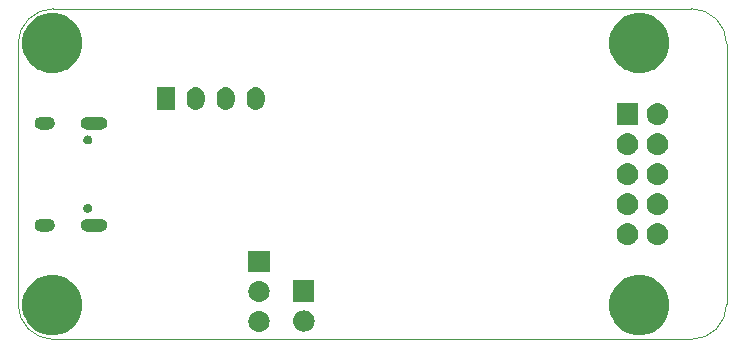
<source format=gbr>
G04 #@! TF.GenerationSoftware,KiCad,Pcbnew,5.1.4+dfsg1-1*
G04 #@! TF.CreationDate,2020-04-26T22:09:24+04:00*
G04 #@! TF.ProjectId,RailLink,5261696c-4c69-46e6-9b2e-6b696361645f,rev?*
G04 #@! TF.SameCoordinates,Original*
G04 #@! TF.FileFunction,Soldermask,Bot*
G04 #@! TF.FilePolarity,Negative*
%FSLAX46Y46*%
G04 Gerber Fmt 4.6, Leading zero omitted, Abs format (unit mm)*
G04 Created by KiCad (PCBNEW 5.1.4+dfsg1-1) date 2020-04-26 22:09:24*
%MOMM*%
%LPD*%
G04 APERTURE LIST*
%ADD10C,0.050000*%
%ADD11C,0.160000*%
G04 APERTURE END LIST*
D10*
X103000000Y-128000000D02*
G75*
G02X100000000Y-125000000I0J3000000D01*
G01*
X100000000Y-103000000D02*
G75*
G02X103000000Y-100000000I3000000J0D01*
G01*
X157000000Y-100000000D02*
G75*
G02X160000000Y-103000000I0J-3000000D01*
G01*
X160000000Y-125000000D02*
G75*
G02X157000000Y-128000000I-3000000J0D01*
G01*
X157000000Y-100000000D02*
X103000000Y-100000000D01*
X160000000Y-125000000D02*
X160000000Y-103000000D01*
X103000000Y-128000000D02*
X157000000Y-128000000D01*
X100000000Y-103000000D02*
X100000000Y-125000000D01*
D11*
G36*
X153343807Y-122647995D02*
G01*
X153343809Y-122647996D01*
X153343810Y-122647996D01*
X153479734Y-122704298D01*
X153807878Y-122840220D01*
X153807879Y-122840221D01*
X154203381Y-123104486D01*
X154225530Y-123119286D01*
X154580714Y-123474470D01*
X154859780Y-123892122D01*
X155052005Y-124356193D01*
X155150000Y-124848847D01*
X155150000Y-125351153D01*
X155052005Y-125843807D01*
X154859780Y-126307878D01*
X154771499Y-126440000D01*
X154626885Y-126656431D01*
X154580714Y-126725530D01*
X154225530Y-127080714D01*
X153807878Y-127359780D01*
X153650423Y-127425000D01*
X153343810Y-127552004D01*
X153343809Y-127552004D01*
X153343807Y-127552005D01*
X152851153Y-127650000D01*
X152348847Y-127650000D01*
X151856193Y-127552005D01*
X151856191Y-127552004D01*
X151856190Y-127552004D01*
X151549577Y-127425000D01*
X151392122Y-127359780D01*
X150974470Y-127080714D01*
X150619286Y-126725530D01*
X150573116Y-126656431D01*
X150428501Y-126440000D01*
X150340220Y-126307878D01*
X150147995Y-125843807D01*
X150050000Y-125351153D01*
X150050000Y-124848847D01*
X150147995Y-124356193D01*
X150340220Y-123892122D01*
X150619286Y-123474470D01*
X150974470Y-123119286D01*
X150996620Y-123104486D01*
X151392121Y-122840221D01*
X151392122Y-122840220D01*
X151720266Y-122704298D01*
X151856190Y-122647996D01*
X151856191Y-122647996D01*
X151856193Y-122647995D01*
X152348847Y-122550000D01*
X152851153Y-122550000D01*
X153343807Y-122647995D01*
X153343807Y-122647995D01*
G37*
G36*
X103643807Y-122647995D02*
G01*
X103643809Y-122647996D01*
X103643810Y-122647996D01*
X103779734Y-122704298D01*
X104107878Y-122840220D01*
X104107879Y-122840221D01*
X104503381Y-123104486D01*
X104525530Y-123119286D01*
X104880714Y-123474470D01*
X105159780Y-123892122D01*
X105352005Y-124356193D01*
X105450000Y-124848847D01*
X105450000Y-125351153D01*
X105352005Y-125843807D01*
X105159780Y-126307878D01*
X105071499Y-126440000D01*
X104926885Y-126656431D01*
X104880714Y-126725530D01*
X104525530Y-127080714D01*
X104107878Y-127359780D01*
X103950423Y-127425000D01*
X103643810Y-127552004D01*
X103643809Y-127552004D01*
X103643807Y-127552005D01*
X103151153Y-127650000D01*
X102648847Y-127650000D01*
X102156193Y-127552005D01*
X102156191Y-127552004D01*
X102156190Y-127552004D01*
X101849577Y-127425000D01*
X101692122Y-127359780D01*
X101274470Y-127080714D01*
X100919286Y-126725530D01*
X100873116Y-126656431D01*
X100728501Y-126440000D01*
X100640220Y-126307878D01*
X100447995Y-125843807D01*
X100350000Y-125351153D01*
X100350000Y-124848847D01*
X100447995Y-124356193D01*
X100640220Y-123892122D01*
X100919286Y-123474470D01*
X101274470Y-123119286D01*
X101296620Y-123104486D01*
X101692121Y-122840221D01*
X101692122Y-122840220D01*
X102020266Y-122704298D01*
X102156190Y-122647996D01*
X102156191Y-122647996D01*
X102156193Y-122647995D01*
X102648847Y-122550000D01*
X103151153Y-122550000D01*
X103643807Y-122647995D01*
X103643807Y-122647995D01*
G37*
G36*
X120576429Y-125593022D02*
G01*
X120746082Y-125644486D01*
X120902432Y-125728057D01*
X121039475Y-125840525D01*
X121151943Y-125977568D01*
X121235514Y-126133918D01*
X121286978Y-126303571D01*
X121304355Y-126480000D01*
X121286978Y-126656429D01*
X121235514Y-126826082D01*
X121151943Y-126982432D01*
X121039475Y-127119475D01*
X120902432Y-127231943D01*
X120746082Y-127315514D01*
X120576429Y-127366978D01*
X120444212Y-127380000D01*
X120355788Y-127380000D01*
X120223571Y-127366978D01*
X120053918Y-127315514D01*
X119897568Y-127231943D01*
X119760525Y-127119475D01*
X119648057Y-126982432D01*
X119564486Y-126826082D01*
X119513022Y-126656429D01*
X119495645Y-126480000D01*
X119513022Y-126303571D01*
X119564486Y-126133918D01*
X119648057Y-125977568D01*
X119760525Y-125840525D01*
X119897568Y-125728057D01*
X120053918Y-125644486D01*
X120223571Y-125593022D01*
X120355788Y-125580000D01*
X120444212Y-125580000D01*
X120576429Y-125593022D01*
X120576429Y-125593022D01*
G37*
G36*
X124376429Y-125553022D02*
G01*
X124546082Y-125604486D01*
X124702432Y-125688057D01*
X124839475Y-125800525D01*
X124951943Y-125937568D01*
X125035514Y-126093918D01*
X125086978Y-126263571D01*
X125104355Y-126440000D01*
X125086978Y-126616429D01*
X125035514Y-126786082D01*
X124951943Y-126942432D01*
X124839475Y-127079475D01*
X124702432Y-127191943D01*
X124546082Y-127275514D01*
X124376429Y-127326978D01*
X124244212Y-127340000D01*
X124155788Y-127340000D01*
X124023571Y-127326978D01*
X123853918Y-127275514D01*
X123697568Y-127191943D01*
X123560525Y-127079475D01*
X123448057Y-126942432D01*
X123364486Y-126786082D01*
X123313022Y-126616429D01*
X123295645Y-126440000D01*
X123313022Y-126263571D01*
X123364486Y-126093918D01*
X123448057Y-125937568D01*
X123560525Y-125800525D01*
X123697568Y-125688057D01*
X123853918Y-125604486D01*
X124023571Y-125553022D01*
X124155788Y-125540000D01*
X124244212Y-125540000D01*
X124376429Y-125553022D01*
X124376429Y-125553022D01*
G37*
G36*
X120576429Y-123053022D02*
G01*
X120746082Y-123104486D01*
X120902432Y-123188057D01*
X121039475Y-123300525D01*
X121151943Y-123437568D01*
X121235514Y-123593918D01*
X121286978Y-123763571D01*
X121304355Y-123940000D01*
X121286978Y-124116429D01*
X121235514Y-124286082D01*
X121151943Y-124442432D01*
X121039475Y-124579475D01*
X120902432Y-124691943D01*
X120746082Y-124775514D01*
X120576429Y-124826978D01*
X120444212Y-124840000D01*
X120355788Y-124840000D01*
X120223571Y-124826978D01*
X120053918Y-124775514D01*
X119897568Y-124691943D01*
X119760525Y-124579475D01*
X119648057Y-124442432D01*
X119564486Y-124286082D01*
X119513022Y-124116429D01*
X119495645Y-123940000D01*
X119513022Y-123763571D01*
X119564486Y-123593918D01*
X119648057Y-123437568D01*
X119760525Y-123300525D01*
X119897568Y-123188057D01*
X120053918Y-123104486D01*
X120223571Y-123053022D01*
X120355788Y-123040000D01*
X120444212Y-123040000D01*
X120576429Y-123053022D01*
X120576429Y-123053022D01*
G37*
G36*
X125100000Y-124800000D02*
G01*
X123300000Y-124800000D01*
X123300000Y-123000000D01*
X125100000Y-123000000D01*
X125100000Y-124800000D01*
X125100000Y-124800000D01*
G37*
G36*
X121300000Y-122300000D02*
G01*
X119500000Y-122300000D01*
X119500000Y-120500000D01*
X121300000Y-120500000D01*
X121300000Y-122300000D01*
X121300000Y-122300000D01*
G37*
G36*
X154285542Y-118176314D02*
G01*
X154319097Y-118179619D01*
X154426445Y-118212183D01*
X154491312Y-118231860D01*
X154631873Y-118306992D01*
X154650025Y-118316694D01*
X154789138Y-118430862D01*
X154903306Y-118569975D01*
X154903307Y-118569977D01*
X154988140Y-118728688D01*
X155040382Y-118900905D01*
X155058021Y-119080000D01*
X155040382Y-119259095D01*
X154988140Y-119431312D01*
X154913008Y-119571873D01*
X154903306Y-119590025D01*
X154789138Y-119729138D01*
X154650025Y-119843306D01*
X154650023Y-119843307D01*
X154491312Y-119928140D01*
X154433906Y-119945554D01*
X154319097Y-119980381D01*
X154285542Y-119983686D01*
X154184884Y-119993600D01*
X154095116Y-119993600D01*
X153994458Y-119983686D01*
X153960903Y-119980381D01*
X153846094Y-119945554D01*
X153788688Y-119928140D01*
X153629977Y-119843307D01*
X153629975Y-119843306D01*
X153490862Y-119729138D01*
X153376694Y-119590025D01*
X153366992Y-119571873D01*
X153291860Y-119431312D01*
X153239618Y-119259095D01*
X153221979Y-119080000D01*
X153239618Y-118900905D01*
X153291860Y-118728688D01*
X153376693Y-118569977D01*
X153376694Y-118569975D01*
X153490862Y-118430862D01*
X153629975Y-118316694D01*
X153648127Y-118306992D01*
X153788688Y-118231860D01*
X153853555Y-118212183D01*
X153960903Y-118179619D01*
X153994458Y-118176314D01*
X154095116Y-118166400D01*
X154184884Y-118166400D01*
X154285542Y-118176314D01*
X154285542Y-118176314D01*
G37*
G36*
X151745542Y-118176314D02*
G01*
X151779097Y-118179619D01*
X151886445Y-118212183D01*
X151951312Y-118231860D01*
X152091873Y-118306992D01*
X152110025Y-118316694D01*
X152249138Y-118430862D01*
X152363306Y-118569975D01*
X152363307Y-118569977D01*
X152448140Y-118728688D01*
X152500382Y-118900905D01*
X152518021Y-119080000D01*
X152500382Y-119259095D01*
X152448140Y-119431312D01*
X152373008Y-119571873D01*
X152363306Y-119590025D01*
X152249138Y-119729138D01*
X152110025Y-119843306D01*
X152110023Y-119843307D01*
X151951312Y-119928140D01*
X151893906Y-119945554D01*
X151779097Y-119980381D01*
X151745542Y-119983686D01*
X151644884Y-119993600D01*
X151555116Y-119993600D01*
X151454458Y-119983686D01*
X151420903Y-119980381D01*
X151306094Y-119945554D01*
X151248688Y-119928140D01*
X151089977Y-119843307D01*
X151089975Y-119843306D01*
X150950862Y-119729138D01*
X150836694Y-119590025D01*
X150826992Y-119571873D01*
X150751860Y-119431312D01*
X150699618Y-119259095D01*
X150681979Y-119080000D01*
X150699618Y-118900905D01*
X150751860Y-118728688D01*
X150836693Y-118569977D01*
X150836694Y-118569975D01*
X150950862Y-118430862D01*
X151089975Y-118316694D01*
X151108127Y-118306992D01*
X151248688Y-118231860D01*
X151313555Y-118212183D01*
X151420903Y-118179619D01*
X151454458Y-118176314D01*
X151555116Y-118166400D01*
X151644884Y-118166400D01*
X151745542Y-118176314D01*
X151745542Y-118176314D01*
G37*
G36*
X107087817Y-117777957D02*
G01*
X107191495Y-117809408D01*
X107276114Y-117854638D01*
X107287042Y-117860479D01*
X107308857Y-117878383D01*
X107370791Y-117929209D01*
X107421617Y-117991143D01*
X107439521Y-118012958D01*
X107439522Y-118012960D01*
X107490592Y-118108505D01*
X107522043Y-118212183D01*
X107532662Y-118320000D01*
X107522043Y-118427817D01*
X107490592Y-118531495D01*
X107470024Y-118569975D01*
X107439521Y-118627042D01*
X107421617Y-118648857D01*
X107370791Y-118710791D01*
X107308857Y-118761617D01*
X107287042Y-118779521D01*
X107287040Y-118779522D01*
X107191495Y-118830592D01*
X107087817Y-118862043D01*
X107007024Y-118870000D01*
X105852976Y-118870000D01*
X105772183Y-118862043D01*
X105668505Y-118830592D01*
X105572960Y-118779522D01*
X105572958Y-118779521D01*
X105551143Y-118761617D01*
X105489209Y-118710791D01*
X105438383Y-118648857D01*
X105420479Y-118627042D01*
X105389976Y-118569975D01*
X105369408Y-118531495D01*
X105337957Y-118427817D01*
X105327338Y-118320000D01*
X105337957Y-118212183D01*
X105369408Y-118108505D01*
X105420478Y-118012960D01*
X105420479Y-118012958D01*
X105438383Y-117991143D01*
X105489209Y-117929209D01*
X105551143Y-117878383D01*
X105572958Y-117860479D01*
X105583886Y-117854638D01*
X105668505Y-117809408D01*
X105772183Y-117777957D01*
X105852976Y-117770000D01*
X107007024Y-117770000D01*
X107087817Y-117777957D01*
X107087817Y-117777957D01*
G37*
G36*
X102657817Y-117777957D02*
G01*
X102761495Y-117809408D01*
X102846114Y-117854638D01*
X102857042Y-117860479D01*
X102878857Y-117878383D01*
X102940791Y-117929209D01*
X102991617Y-117991143D01*
X103009521Y-118012958D01*
X103009522Y-118012960D01*
X103060592Y-118108505D01*
X103092043Y-118212183D01*
X103102662Y-118320000D01*
X103092043Y-118427817D01*
X103060592Y-118531495D01*
X103040024Y-118569975D01*
X103009521Y-118627042D01*
X102991617Y-118648857D01*
X102940791Y-118710791D01*
X102878857Y-118761617D01*
X102857042Y-118779521D01*
X102857040Y-118779522D01*
X102761495Y-118830592D01*
X102657817Y-118862043D01*
X102577024Y-118870000D01*
X101922976Y-118870000D01*
X101842183Y-118862043D01*
X101738505Y-118830592D01*
X101642960Y-118779522D01*
X101642958Y-118779521D01*
X101621143Y-118761617D01*
X101559209Y-118710791D01*
X101508383Y-118648857D01*
X101490479Y-118627042D01*
X101459976Y-118569975D01*
X101439408Y-118531495D01*
X101407957Y-118427817D01*
X101397338Y-118320000D01*
X101407957Y-118212183D01*
X101439408Y-118108505D01*
X101490478Y-118012960D01*
X101490479Y-118012958D01*
X101508383Y-117991143D01*
X101559209Y-117929209D01*
X101621143Y-117878383D01*
X101642958Y-117860479D01*
X101653886Y-117854638D01*
X101738505Y-117809408D01*
X101842183Y-117777957D01*
X101922976Y-117770000D01*
X102577024Y-117770000D01*
X102657817Y-117777957D01*
X102657817Y-117777957D01*
G37*
G36*
X151745542Y-115636314D02*
G01*
X151779097Y-115639619D01*
X151893906Y-115674446D01*
X151951312Y-115691860D01*
X152091873Y-115766992D01*
X152110025Y-115776694D01*
X152249138Y-115890862D01*
X152363306Y-116029975D01*
X152363307Y-116029977D01*
X152448140Y-116188688D01*
X152500382Y-116360905D01*
X152518021Y-116540000D01*
X152500382Y-116719095D01*
X152448140Y-116891312D01*
X152390375Y-116999383D01*
X152363306Y-117050025D01*
X152249138Y-117189138D01*
X152110025Y-117303306D01*
X152110023Y-117303307D01*
X151951312Y-117388140D01*
X151893906Y-117405554D01*
X151779097Y-117440381D01*
X151745542Y-117443686D01*
X151644884Y-117453600D01*
X151555116Y-117453600D01*
X151454458Y-117443686D01*
X151420903Y-117440381D01*
X151306094Y-117405554D01*
X151248688Y-117388140D01*
X151089977Y-117303307D01*
X151089975Y-117303306D01*
X150950862Y-117189138D01*
X150836694Y-117050025D01*
X150809625Y-116999383D01*
X150751860Y-116891312D01*
X150699618Y-116719095D01*
X150681979Y-116540000D01*
X150699618Y-116360905D01*
X150751860Y-116188688D01*
X150836693Y-116029977D01*
X150836694Y-116029975D01*
X150950862Y-115890862D01*
X151089975Y-115776694D01*
X151108127Y-115766992D01*
X151248688Y-115691860D01*
X151306094Y-115674446D01*
X151420903Y-115639619D01*
X151454458Y-115636314D01*
X151555116Y-115626400D01*
X151644884Y-115626400D01*
X151745542Y-115636314D01*
X151745542Y-115636314D01*
G37*
G36*
X154285542Y-115636314D02*
G01*
X154319097Y-115639619D01*
X154433906Y-115674446D01*
X154491312Y-115691860D01*
X154631873Y-115766992D01*
X154650025Y-115776694D01*
X154789138Y-115890862D01*
X154903306Y-116029975D01*
X154903307Y-116029977D01*
X154988140Y-116188688D01*
X155040382Y-116360905D01*
X155058021Y-116540000D01*
X155040382Y-116719095D01*
X154988140Y-116891312D01*
X154930375Y-116999383D01*
X154903306Y-117050025D01*
X154789138Y-117189138D01*
X154650025Y-117303306D01*
X154650023Y-117303307D01*
X154491312Y-117388140D01*
X154433906Y-117405554D01*
X154319097Y-117440381D01*
X154285542Y-117443686D01*
X154184884Y-117453600D01*
X154095116Y-117453600D01*
X153994458Y-117443686D01*
X153960903Y-117440381D01*
X153846094Y-117405554D01*
X153788688Y-117388140D01*
X153629977Y-117303307D01*
X153629975Y-117303306D01*
X153490862Y-117189138D01*
X153376694Y-117050025D01*
X153349625Y-116999383D01*
X153291860Y-116891312D01*
X153239618Y-116719095D01*
X153221979Y-116540000D01*
X153239618Y-116360905D01*
X153291860Y-116188688D01*
X153376693Y-116029977D01*
X153376694Y-116029975D01*
X153490862Y-115890862D01*
X153629975Y-115776694D01*
X153648127Y-115766992D01*
X153788688Y-115691860D01*
X153846094Y-115674446D01*
X153960903Y-115639619D01*
X153994458Y-115636314D01*
X154095116Y-115626400D01*
X154184884Y-115626400D01*
X154285542Y-115636314D01*
X154285542Y-115636314D01*
G37*
G36*
X106009383Y-116529411D02*
G01*
X106077629Y-116557680D01*
X106118483Y-116584978D01*
X106139050Y-116598720D01*
X106191280Y-116650950D01*
X106191281Y-116650952D01*
X106232320Y-116712371D01*
X106260589Y-116780617D01*
X106275000Y-116853066D01*
X106275000Y-116926934D01*
X106260589Y-116999383D01*
X106232320Y-117067629D01*
X106205022Y-117108483D01*
X106191280Y-117129050D01*
X106139050Y-117181280D01*
X106127289Y-117189138D01*
X106077629Y-117222320D01*
X106009383Y-117250589D01*
X105936934Y-117265000D01*
X105863066Y-117265000D01*
X105790617Y-117250589D01*
X105722371Y-117222320D01*
X105672711Y-117189138D01*
X105660950Y-117181280D01*
X105608720Y-117129050D01*
X105594978Y-117108483D01*
X105567680Y-117067629D01*
X105539411Y-116999383D01*
X105525000Y-116926934D01*
X105525000Y-116853066D01*
X105539411Y-116780617D01*
X105567680Y-116712371D01*
X105608719Y-116650952D01*
X105608720Y-116650950D01*
X105660950Y-116598720D01*
X105681517Y-116584978D01*
X105722371Y-116557680D01*
X105790617Y-116529411D01*
X105863066Y-116515000D01*
X105936934Y-116515000D01*
X106009383Y-116529411D01*
X106009383Y-116529411D01*
G37*
G36*
X151745542Y-113096314D02*
G01*
X151779097Y-113099619D01*
X151893906Y-113134446D01*
X151951312Y-113151860D01*
X152091873Y-113226992D01*
X152110025Y-113236694D01*
X152249138Y-113350862D01*
X152363306Y-113489975D01*
X152363307Y-113489977D01*
X152448140Y-113648688D01*
X152500382Y-113820905D01*
X152518021Y-114000000D01*
X152500382Y-114179095D01*
X152448140Y-114351312D01*
X152373008Y-114491873D01*
X152363306Y-114510025D01*
X152249138Y-114649138D01*
X152110025Y-114763306D01*
X152110023Y-114763307D01*
X151951312Y-114848140D01*
X151893906Y-114865554D01*
X151779097Y-114900381D01*
X151745542Y-114903686D01*
X151644884Y-114913600D01*
X151555116Y-114913600D01*
X151454458Y-114903686D01*
X151420903Y-114900381D01*
X151306094Y-114865554D01*
X151248688Y-114848140D01*
X151089977Y-114763307D01*
X151089975Y-114763306D01*
X150950862Y-114649138D01*
X150836694Y-114510025D01*
X150826992Y-114491873D01*
X150751860Y-114351312D01*
X150699618Y-114179095D01*
X150681979Y-114000000D01*
X150699618Y-113820905D01*
X150751860Y-113648688D01*
X150836693Y-113489977D01*
X150836694Y-113489975D01*
X150950862Y-113350862D01*
X151089975Y-113236694D01*
X151108127Y-113226992D01*
X151248688Y-113151860D01*
X151306094Y-113134446D01*
X151420903Y-113099619D01*
X151454458Y-113096314D01*
X151555116Y-113086400D01*
X151644884Y-113086400D01*
X151745542Y-113096314D01*
X151745542Y-113096314D01*
G37*
G36*
X154285542Y-113096314D02*
G01*
X154319097Y-113099619D01*
X154433906Y-113134446D01*
X154491312Y-113151860D01*
X154631873Y-113226992D01*
X154650025Y-113236694D01*
X154789138Y-113350862D01*
X154903306Y-113489975D01*
X154903307Y-113489977D01*
X154988140Y-113648688D01*
X155040382Y-113820905D01*
X155058021Y-114000000D01*
X155040382Y-114179095D01*
X154988140Y-114351312D01*
X154913008Y-114491873D01*
X154903306Y-114510025D01*
X154789138Y-114649138D01*
X154650025Y-114763306D01*
X154650023Y-114763307D01*
X154491312Y-114848140D01*
X154433906Y-114865554D01*
X154319097Y-114900381D01*
X154285542Y-114903686D01*
X154184884Y-114913600D01*
X154095116Y-114913600D01*
X153994458Y-114903686D01*
X153960903Y-114900381D01*
X153846094Y-114865554D01*
X153788688Y-114848140D01*
X153629977Y-114763307D01*
X153629975Y-114763306D01*
X153490862Y-114649138D01*
X153376694Y-114510025D01*
X153366992Y-114491873D01*
X153291860Y-114351312D01*
X153239618Y-114179095D01*
X153221979Y-114000000D01*
X153239618Y-113820905D01*
X153291860Y-113648688D01*
X153376693Y-113489977D01*
X153376694Y-113489975D01*
X153490862Y-113350862D01*
X153629975Y-113236694D01*
X153648127Y-113226992D01*
X153788688Y-113151860D01*
X153846094Y-113134446D01*
X153960903Y-113099619D01*
X153994458Y-113096314D01*
X154095116Y-113086400D01*
X154184884Y-113086400D01*
X154285542Y-113096314D01*
X154285542Y-113096314D01*
G37*
G36*
X151745542Y-110556314D02*
G01*
X151779097Y-110559619D01*
X151893906Y-110594446D01*
X151951312Y-110611860D01*
X152091873Y-110686992D01*
X152110025Y-110696694D01*
X152249138Y-110810862D01*
X152363306Y-110949975D01*
X152363307Y-110949977D01*
X152448140Y-111108688D01*
X152500382Y-111280905D01*
X152518021Y-111460000D01*
X152500382Y-111639095D01*
X152448140Y-111811312D01*
X152373008Y-111951873D01*
X152363306Y-111970025D01*
X152249138Y-112109138D01*
X152110025Y-112223306D01*
X152110023Y-112223307D01*
X151951312Y-112308140D01*
X151893906Y-112325554D01*
X151779097Y-112360381D01*
X151745542Y-112363686D01*
X151644884Y-112373600D01*
X151555116Y-112373600D01*
X151454458Y-112363686D01*
X151420903Y-112360381D01*
X151306094Y-112325554D01*
X151248688Y-112308140D01*
X151089977Y-112223307D01*
X151089975Y-112223306D01*
X150950862Y-112109138D01*
X150836694Y-111970025D01*
X150826992Y-111951873D01*
X150751860Y-111811312D01*
X150699618Y-111639095D01*
X150681979Y-111460000D01*
X150699618Y-111280905D01*
X150751860Y-111108688D01*
X150836693Y-110949977D01*
X150836694Y-110949975D01*
X150950862Y-110810862D01*
X151089975Y-110696694D01*
X151108127Y-110686992D01*
X151248688Y-110611860D01*
X151306094Y-110594446D01*
X151420903Y-110559619D01*
X151454458Y-110556314D01*
X151555116Y-110546400D01*
X151644884Y-110546400D01*
X151745542Y-110556314D01*
X151745542Y-110556314D01*
G37*
G36*
X154285542Y-110556314D02*
G01*
X154319097Y-110559619D01*
X154433906Y-110594446D01*
X154491312Y-110611860D01*
X154631873Y-110686992D01*
X154650025Y-110696694D01*
X154789138Y-110810862D01*
X154903306Y-110949975D01*
X154903307Y-110949977D01*
X154988140Y-111108688D01*
X155040382Y-111280905D01*
X155058021Y-111460000D01*
X155040382Y-111639095D01*
X154988140Y-111811312D01*
X154913008Y-111951873D01*
X154903306Y-111970025D01*
X154789138Y-112109138D01*
X154650025Y-112223306D01*
X154650023Y-112223307D01*
X154491312Y-112308140D01*
X154433906Y-112325554D01*
X154319097Y-112360381D01*
X154285542Y-112363686D01*
X154184884Y-112373600D01*
X154095116Y-112373600D01*
X153994458Y-112363686D01*
X153960903Y-112360381D01*
X153846094Y-112325554D01*
X153788688Y-112308140D01*
X153629977Y-112223307D01*
X153629975Y-112223306D01*
X153490862Y-112109138D01*
X153376694Y-111970025D01*
X153366992Y-111951873D01*
X153291860Y-111811312D01*
X153239618Y-111639095D01*
X153221979Y-111460000D01*
X153239618Y-111280905D01*
X153291860Y-111108688D01*
X153376693Y-110949977D01*
X153376694Y-110949975D01*
X153490862Y-110810862D01*
X153629975Y-110696694D01*
X153648127Y-110686992D01*
X153788688Y-110611860D01*
X153846094Y-110594446D01*
X153960903Y-110559619D01*
X153994458Y-110556314D01*
X154095116Y-110546400D01*
X154184884Y-110546400D01*
X154285542Y-110556314D01*
X154285542Y-110556314D01*
G37*
G36*
X106009383Y-110749411D02*
G01*
X106077629Y-110777680D01*
X106118483Y-110804978D01*
X106139050Y-110818720D01*
X106191280Y-110870950D01*
X106191281Y-110870952D01*
X106232320Y-110932371D01*
X106260589Y-111000617D01*
X106275000Y-111073066D01*
X106275000Y-111146934D01*
X106260589Y-111219383D01*
X106232320Y-111287629D01*
X106205022Y-111328483D01*
X106191280Y-111349050D01*
X106139050Y-111401280D01*
X106118483Y-111415022D01*
X106077629Y-111442320D01*
X106009383Y-111470589D01*
X105936934Y-111485000D01*
X105863066Y-111485000D01*
X105790617Y-111470589D01*
X105722371Y-111442320D01*
X105681517Y-111415022D01*
X105660950Y-111401280D01*
X105608720Y-111349050D01*
X105594978Y-111328483D01*
X105567680Y-111287629D01*
X105539411Y-111219383D01*
X105525000Y-111146934D01*
X105525000Y-111073066D01*
X105539411Y-111000617D01*
X105567680Y-110932371D01*
X105608719Y-110870952D01*
X105608720Y-110870950D01*
X105660950Y-110818720D01*
X105681517Y-110804978D01*
X105722371Y-110777680D01*
X105790617Y-110749411D01*
X105863066Y-110735000D01*
X105936934Y-110735000D01*
X106009383Y-110749411D01*
X106009383Y-110749411D01*
G37*
G36*
X107087817Y-109137957D02*
G01*
X107191495Y-109169408D01*
X107276114Y-109214638D01*
X107287042Y-109220479D01*
X107308857Y-109238383D01*
X107370791Y-109289209D01*
X107421617Y-109351143D01*
X107439521Y-109372958D01*
X107439522Y-109372960D01*
X107490592Y-109468505D01*
X107522043Y-109572183D01*
X107532662Y-109680000D01*
X107522043Y-109787817D01*
X107490592Y-109891495D01*
X107445362Y-109976114D01*
X107439521Y-109987042D01*
X107421617Y-110008857D01*
X107370791Y-110070791D01*
X107308857Y-110121617D01*
X107287042Y-110139521D01*
X107287040Y-110139522D01*
X107191495Y-110190592D01*
X107087817Y-110222043D01*
X107007024Y-110230000D01*
X105852976Y-110230000D01*
X105772183Y-110222043D01*
X105668505Y-110190592D01*
X105572960Y-110139522D01*
X105572958Y-110139521D01*
X105551143Y-110121617D01*
X105489209Y-110070791D01*
X105438383Y-110008857D01*
X105420479Y-109987042D01*
X105414638Y-109976114D01*
X105369408Y-109891495D01*
X105337957Y-109787817D01*
X105327338Y-109680000D01*
X105337957Y-109572183D01*
X105369408Y-109468505D01*
X105420478Y-109372960D01*
X105420479Y-109372958D01*
X105438383Y-109351143D01*
X105489209Y-109289209D01*
X105551143Y-109238383D01*
X105572958Y-109220479D01*
X105583886Y-109214638D01*
X105668505Y-109169408D01*
X105772183Y-109137957D01*
X105852976Y-109130000D01*
X107007024Y-109130000D01*
X107087817Y-109137957D01*
X107087817Y-109137957D01*
G37*
G36*
X102657817Y-109137957D02*
G01*
X102761495Y-109169408D01*
X102846114Y-109214638D01*
X102857042Y-109220479D01*
X102878857Y-109238383D01*
X102940791Y-109289209D01*
X102991617Y-109351143D01*
X103009521Y-109372958D01*
X103009522Y-109372960D01*
X103060592Y-109468505D01*
X103092043Y-109572183D01*
X103102662Y-109680000D01*
X103092043Y-109787817D01*
X103060592Y-109891495D01*
X103015362Y-109976114D01*
X103009521Y-109987042D01*
X102991617Y-110008857D01*
X102940791Y-110070791D01*
X102878857Y-110121617D01*
X102857042Y-110139521D01*
X102857040Y-110139522D01*
X102761495Y-110190592D01*
X102657817Y-110222043D01*
X102577024Y-110230000D01*
X101922976Y-110230000D01*
X101842183Y-110222043D01*
X101738505Y-110190592D01*
X101642960Y-110139522D01*
X101642958Y-110139521D01*
X101621143Y-110121617D01*
X101559209Y-110070791D01*
X101508383Y-110008857D01*
X101490479Y-109987042D01*
X101484638Y-109976114D01*
X101439408Y-109891495D01*
X101407957Y-109787817D01*
X101397338Y-109680000D01*
X101407957Y-109572183D01*
X101439408Y-109468505D01*
X101490478Y-109372960D01*
X101490479Y-109372958D01*
X101508383Y-109351143D01*
X101559209Y-109289209D01*
X101621143Y-109238383D01*
X101642958Y-109220479D01*
X101653886Y-109214638D01*
X101738505Y-109169408D01*
X101842183Y-109137957D01*
X101922976Y-109130000D01*
X102577024Y-109130000D01*
X102657817Y-109137957D01*
X102657817Y-109137957D01*
G37*
G36*
X152513600Y-109833600D02*
G01*
X150686400Y-109833600D01*
X150686400Y-108006400D01*
X152513600Y-108006400D01*
X152513600Y-109833600D01*
X152513600Y-109833600D01*
G37*
G36*
X154285542Y-108016314D02*
G01*
X154319097Y-108019619D01*
X154433906Y-108054446D01*
X154491312Y-108071860D01*
X154631873Y-108146992D01*
X154650025Y-108156694D01*
X154789138Y-108270862D01*
X154903306Y-108409975D01*
X154903307Y-108409977D01*
X154988140Y-108568688D01*
X155040382Y-108740905D01*
X155058021Y-108920000D01*
X155040382Y-109099095D01*
X154988140Y-109271312D01*
X154978573Y-109289210D01*
X154903306Y-109430025D01*
X154789138Y-109569138D01*
X154650025Y-109683306D01*
X154650023Y-109683307D01*
X154491312Y-109768140D01*
X154433906Y-109785554D01*
X154319097Y-109820381D01*
X154285542Y-109823686D01*
X154184884Y-109833600D01*
X154095116Y-109833600D01*
X153994458Y-109823686D01*
X153960903Y-109820381D01*
X153846094Y-109785554D01*
X153788688Y-109768140D01*
X153629977Y-109683307D01*
X153629975Y-109683306D01*
X153490862Y-109569138D01*
X153376694Y-109430025D01*
X153301427Y-109289210D01*
X153291860Y-109271312D01*
X153239618Y-109099095D01*
X153221979Y-108920000D01*
X153239618Y-108740905D01*
X153291860Y-108568688D01*
X153376693Y-108409977D01*
X153376694Y-108409975D01*
X153490862Y-108270862D01*
X153629975Y-108156694D01*
X153648127Y-108146992D01*
X153788688Y-108071860D01*
X153846094Y-108054446D01*
X153960903Y-108019619D01*
X153994458Y-108016314D01*
X154095116Y-108006400D01*
X154184884Y-108006400D01*
X154285542Y-108016314D01*
X154285542Y-108016314D01*
G37*
G36*
X120267023Y-106660852D02*
G01*
X120408401Y-106703738D01*
X120538691Y-106773380D01*
X120652899Y-106867107D01*
X120746618Y-106981305D01*
X120816262Y-107111598D01*
X120859148Y-107252976D01*
X120870000Y-107363159D01*
X120870000Y-107836840D01*
X120861860Y-107919478D01*
X120859147Y-107947026D01*
X120845525Y-107991931D01*
X120816262Y-108088402D01*
X120746618Y-108218695D01*
X120652896Y-108332896D01*
X120538695Y-108426618D01*
X120408402Y-108496262D01*
X120267024Y-108539148D01*
X120120000Y-108553629D01*
X119972977Y-108539148D01*
X119831599Y-108496262D01*
X119701306Y-108426618D01*
X119587107Y-108332898D01*
X119493380Y-108218692D01*
X119423738Y-108088402D01*
X119380852Y-107947024D01*
X119370000Y-107836841D01*
X119370000Y-107363160D01*
X119380852Y-107252977D01*
X119423738Y-107111599D01*
X119493380Y-106981309D01*
X119587107Y-106867101D01*
X119701305Y-106773382D01*
X119831598Y-106703738D01*
X119972976Y-106660852D01*
X120120000Y-106646371D01*
X120267023Y-106660852D01*
X120267023Y-106660852D01*
G37*
G36*
X117727023Y-106660852D02*
G01*
X117868401Y-106703738D01*
X117998691Y-106773380D01*
X118112899Y-106867107D01*
X118206618Y-106981305D01*
X118276262Y-107111598D01*
X118319148Y-107252976D01*
X118330000Y-107363159D01*
X118330000Y-107836840D01*
X118321860Y-107919478D01*
X118319147Y-107947026D01*
X118305525Y-107991931D01*
X118276262Y-108088402D01*
X118206618Y-108218695D01*
X118112896Y-108332896D01*
X117998695Y-108426618D01*
X117868402Y-108496262D01*
X117727024Y-108539148D01*
X117580000Y-108553629D01*
X117432977Y-108539148D01*
X117291599Y-108496262D01*
X117161306Y-108426618D01*
X117047107Y-108332898D01*
X116953380Y-108218692D01*
X116883738Y-108088402D01*
X116840852Y-107947024D01*
X116830000Y-107836841D01*
X116830000Y-107363160D01*
X116840852Y-107252977D01*
X116883738Y-107111599D01*
X116953380Y-106981309D01*
X117047107Y-106867101D01*
X117161305Y-106773382D01*
X117291598Y-106703738D01*
X117432976Y-106660852D01*
X117580000Y-106646371D01*
X117727023Y-106660852D01*
X117727023Y-106660852D01*
G37*
G36*
X115187023Y-106660852D02*
G01*
X115328401Y-106703738D01*
X115458691Y-106773380D01*
X115572899Y-106867107D01*
X115666618Y-106981305D01*
X115736262Y-107111598D01*
X115779148Y-107252976D01*
X115790000Y-107363159D01*
X115790000Y-107836840D01*
X115781860Y-107919478D01*
X115779147Y-107947026D01*
X115765525Y-107991931D01*
X115736262Y-108088402D01*
X115666618Y-108218695D01*
X115572896Y-108332896D01*
X115458695Y-108426618D01*
X115328402Y-108496262D01*
X115187024Y-108539148D01*
X115040000Y-108553629D01*
X114892977Y-108539148D01*
X114751599Y-108496262D01*
X114621306Y-108426618D01*
X114507107Y-108332898D01*
X114413380Y-108218692D01*
X114343738Y-108088402D01*
X114300852Y-107947024D01*
X114290000Y-107836841D01*
X114290000Y-107363160D01*
X114300852Y-107252977D01*
X114343738Y-107111599D01*
X114413380Y-106981309D01*
X114507107Y-106867101D01*
X114621305Y-106773382D01*
X114751598Y-106703738D01*
X114892976Y-106660852D01*
X115040000Y-106646371D01*
X115187023Y-106660852D01*
X115187023Y-106660852D01*
G37*
G36*
X113250000Y-108550000D02*
G01*
X111750000Y-108550000D01*
X111750000Y-106650000D01*
X113250000Y-106650000D01*
X113250000Y-108550000D01*
X113250000Y-108550000D01*
G37*
G36*
X153343807Y-100447995D02*
G01*
X153343809Y-100447996D01*
X153343810Y-100447996D01*
X153479734Y-100504298D01*
X153807878Y-100640220D01*
X154225530Y-100919286D01*
X154580714Y-101274470D01*
X154859780Y-101692122D01*
X155052005Y-102156193D01*
X155150000Y-102648847D01*
X155150000Y-103151153D01*
X155052005Y-103643807D01*
X154859780Y-104107878D01*
X154580714Y-104525530D01*
X154225530Y-104880714D01*
X153807878Y-105159780D01*
X153650423Y-105225000D01*
X153343810Y-105352004D01*
X153343809Y-105352004D01*
X153343807Y-105352005D01*
X152851153Y-105450000D01*
X152348847Y-105450000D01*
X151856193Y-105352005D01*
X151856191Y-105352004D01*
X151856190Y-105352004D01*
X151549577Y-105225000D01*
X151392122Y-105159780D01*
X150974470Y-104880714D01*
X150619286Y-104525530D01*
X150340220Y-104107878D01*
X150147995Y-103643807D01*
X150050000Y-103151153D01*
X150050000Y-102648847D01*
X150147995Y-102156193D01*
X150340220Y-101692122D01*
X150619286Y-101274470D01*
X150974470Y-100919286D01*
X151392122Y-100640220D01*
X151720266Y-100504298D01*
X151856190Y-100447996D01*
X151856191Y-100447996D01*
X151856193Y-100447995D01*
X152348847Y-100350000D01*
X152851153Y-100350000D01*
X153343807Y-100447995D01*
X153343807Y-100447995D01*
G37*
G36*
X103643807Y-100447995D02*
G01*
X103643809Y-100447996D01*
X103643810Y-100447996D01*
X103779734Y-100504298D01*
X104107878Y-100640220D01*
X104525530Y-100919286D01*
X104880714Y-101274470D01*
X105159780Y-101692122D01*
X105352005Y-102156193D01*
X105450000Y-102648847D01*
X105450000Y-103151153D01*
X105352005Y-103643807D01*
X105159780Y-104107878D01*
X104880714Y-104525530D01*
X104525530Y-104880714D01*
X104107878Y-105159780D01*
X103950423Y-105225000D01*
X103643810Y-105352004D01*
X103643809Y-105352004D01*
X103643807Y-105352005D01*
X103151153Y-105450000D01*
X102648847Y-105450000D01*
X102156193Y-105352005D01*
X102156191Y-105352004D01*
X102156190Y-105352004D01*
X101849577Y-105225000D01*
X101692122Y-105159780D01*
X101274470Y-104880714D01*
X100919286Y-104525530D01*
X100640220Y-104107878D01*
X100447995Y-103643807D01*
X100350000Y-103151153D01*
X100350000Y-102648847D01*
X100447995Y-102156193D01*
X100640220Y-101692122D01*
X100919286Y-101274470D01*
X101274470Y-100919286D01*
X101692122Y-100640220D01*
X102020266Y-100504298D01*
X102156190Y-100447996D01*
X102156191Y-100447996D01*
X102156193Y-100447995D01*
X102648847Y-100350000D01*
X103151153Y-100350000D01*
X103643807Y-100447995D01*
X103643807Y-100447995D01*
G37*
M02*

</source>
